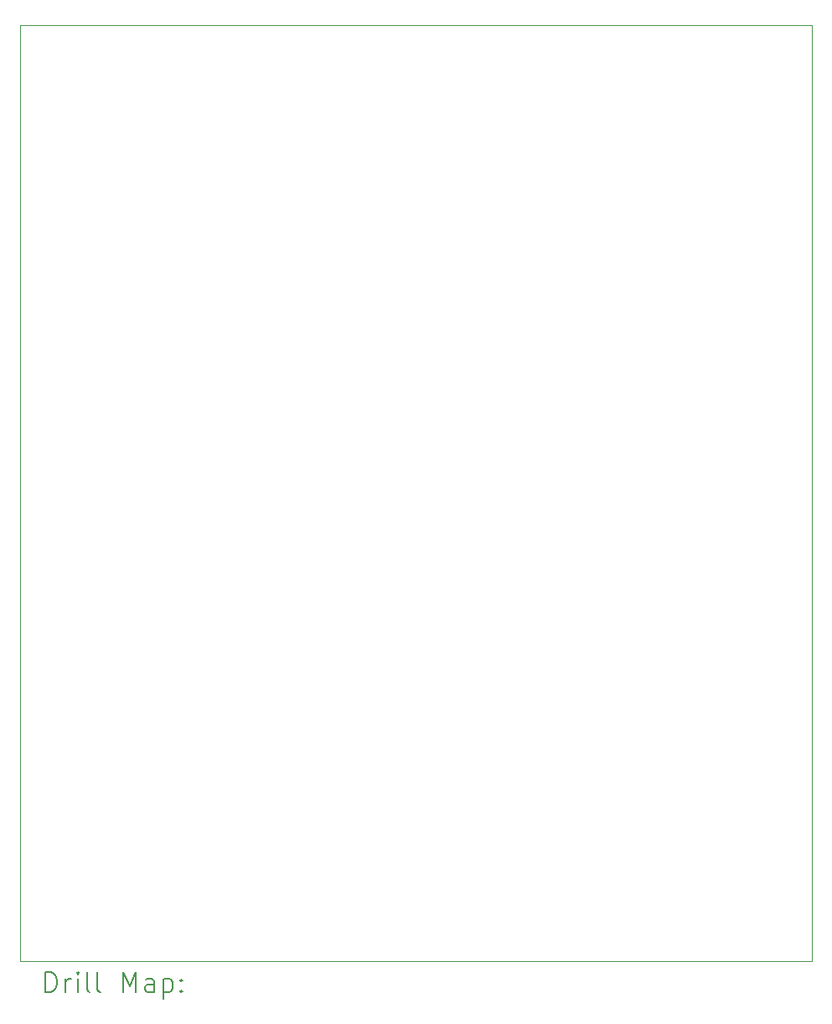
<source format=gbr>
%TF.GenerationSoftware,KiCad,Pcbnew,8.0.6*%
%TF.CreationDate,2024-11-20T17:21:28-05:00*%
%TF.ProjectId,RailsidePDB,5261696c-7369-4646-9550-44422e6b6963,rev?*%
%TF.SameCoordinates,Original*%
%TF.FileFunction,Drillmap*%
%TF.FilePolarity,Positive*%
%FSLAX45Y45*%
G04 Gerber Fmt 4.5, Leading zero omitted, Abs format (unit mm)*
G04 Created by KiCad (PCBNEW 8.0.6) date 2024-11-20 17:21:28*
%MOMM*%
%LPD*%
G01*
G04 APERTURE LIST*
%ADD10C,0.050000*%
%ADD11C,0.200000*%
G04 APERTURE END LIST*
D10*
X5100000Y-6350000D02*
X13100000Y-6350000D01*
X13100000Y-15800000D01*
X5100000Y-15800000D01*
X5100000Y-6350000D01*
D11*
X5358277Y-16113984D02*
X5358277Y-15913984D01*
X5358277Y-15913984D02*
X5405896Y-15913984D01*
X5405896Y-15913984D02*
X5434467Y-15923508D01*
X5434467Y-15923508D02*
X5453515Y-15942555D01*
X5453515Y-15942555D02*
X5463039Y-15961603D01*
X5463039Y-15961603D02*
X5472563Y-15999698D01*
X5472563Y-15999698D02*
X5472563Y-16028269D01*
X5472563Y-16028269D02*
X5463039Y-16066365D01*
X5463039Y-16066365D02*
X5453515Y-16085412D01*
X5453515Y-16085412D02*
X5434467Y-16104460D01*
X5434467Y-16104460D02*
X5405896Y-16113984D01*
X5405896Y-16113984D02*
X5358277Y-16113984D01*
X5558277Y-16113984D02*
X5558277Y-15980650D01*
X5558277Y-16018746D02*
X5567801Y-15999698D01*
X5567801Y-15999698D02*
X5577324Y-15990174D01*
X5577324Y-15990174D02*
X5596372Y-15980650D01*
X5596372Y-15980650D02*
X5615420Y-15980650D01*
X5682086Y-16113984D02*
X5682086Y-15980650D01*
X5682086Y-15913984D02*
X5672562Y-15923508D01*
X5672562Y-15923508D02*
X5682086Y-15933031D01*
X5682086Y-15933031D02*
X5691610Y-15923508D01*
X5691610Y-15923508D02*
X5682086Y-15913984D01*
X5682086Y-15913984D02*
X5682086Y-15933031D01*
X5805896Y-16113984D02*
X5786848Y-16104460D01*
X5786848Y-16104460D02*
X5777324Y-16085412D01*
X5777324Y-16085412D02*
X5777324Y-15913984D01*
X5910658Y-16113984D02*
X5891610Y-16104460D01*
X5891610Y-16104460D02*
X5882086Y-16085412D01*
X5882086Y-16085412D02*
X5882086Y-15913984D01*
X6139229Y-16113984D02*
X6139229Y-15913984D01*
X6139229Y-15913984D02*
X6205896Y-16056841D01*
X6205896Y-16056841D02*
X6272562Y-15913984D01*
X6272562Y-15913984D02*
X6272562Y-16113984D01*
X6453515Y-16113984D02*
X6453515Y-16009222D01*
X6453515Y-16009222D02*
X6443991Y-15990174D01*
X6443991Y-15990174D02*
X6424943Y-15980650D01*
X6424943Y-15980650D02*
X6386848Y-15980650D01*
X6386848Y-15980650D02*
X6367801Y-15990174D01*
X6453515Y-16104460D02*
X6434467Y-16113984D01*
X6434467Y-16113984D02*
X6386848Y-16113984D01*
X6386848Y-16113984D02*
X6367801Y-16104460D01*
X6367801Y-16104460D02*
X6358277Y-16085412D01*
X6358277Y-16085412D02*
X6358277Y-16066365D01*
X6358277Y-16066365D02*
X6367801Y-16047317D01*
X6367801Y-16047317D02*
X6386848Y-16037793D01*
X6386848Y-16037793D02*
X6434467Y-16037793D01*
X6434467Y-16037793D02*
X6453515Y-16028269D01*
X6548753Y-15980650D02*
X6548753Y-16180650D01*
X6548753Y-15990174D02*
X6567801Y-15980650D01*
X6567801Y-15980650D02*
X6605896Y-15980650D01*
X6605896Y-15980650D02*
X6624943Y-15990174D01*
X6624943Y-15990174D02*
X6634467Y-15999698D01*
X6634467Y-15999698D02*
X6643991Y-16018746D01*
X6643991Y-16018746D02*
X6643991Y-16075888D01*
X6643991Y-16075888D02*
X6634467Y-16094936D01*
X6634467Y-16094936D02*
X6624943Y-16104460D01*
X6624943Y-16104460D02*
X6605896Y-16113984D01*
X6605896Y-16113984D02*
X6567801Y-16113984D01*
X6567801Y-16113984D02*
X6548753Y-16104460D01*
X6729705Y-16094936D02*
X6739229Y-16104460D01*
X6739229Y-16104460D02*
X6729705Y-16113984D01*
X6729705Y-16113984D02*
X6720182Y-16104460D01*
X6720182Y-16104460D02*
X6729705Y-16094936D01*
X6729705Y-16094936D02*
X6729705Y-16113984D01*
X6729705Y-15990174D02*
X6739229Y-15999698D01*
X6739229Y-15999698D02*
X6729705Y-16009222D01*
X6729705Y-16009222D02*
X6720182Y-15999698D01*
X6720182Y-15999698D02*
X6729705Y-15990174D01*
X6729705Y-15990174D02*
X6729705Y-16009222D01*
M02*

</source>
